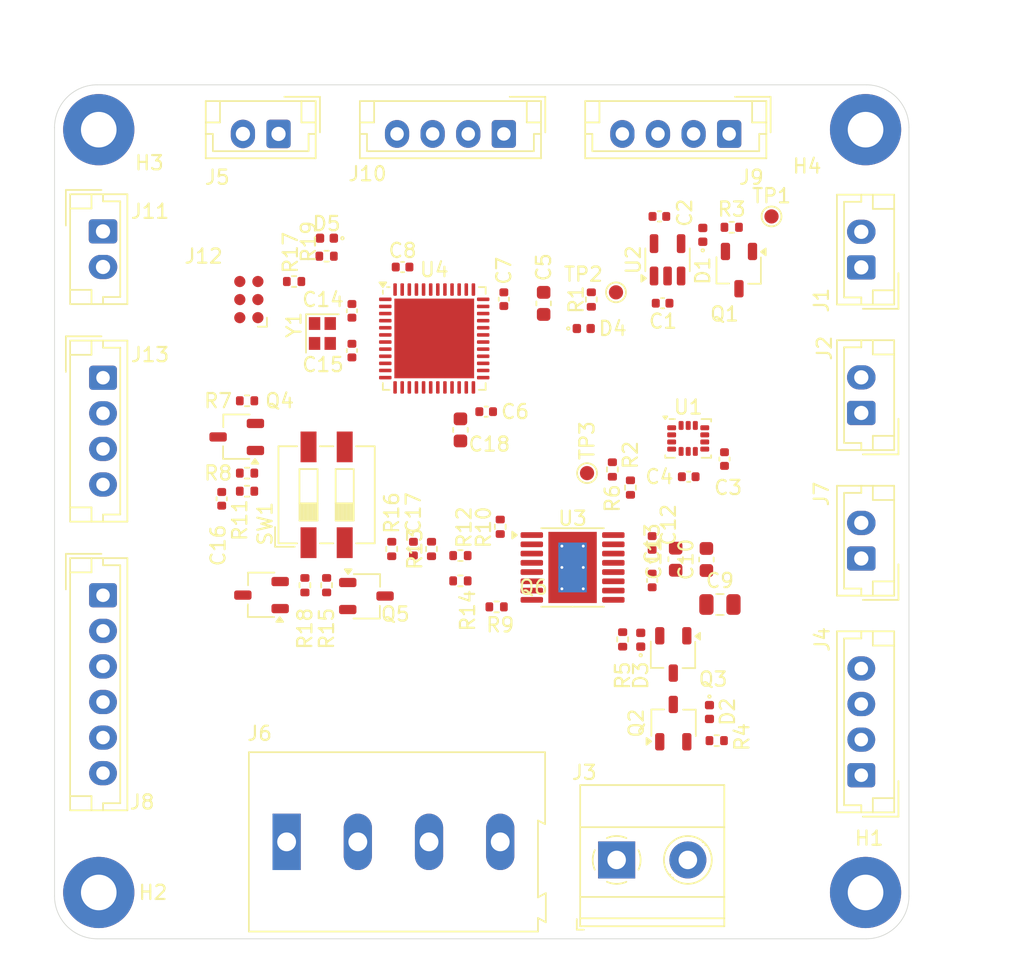
<source format=kicad_pcb>
(kicad_pcb (version 20240108) (generator "pcbnew") (generator_version "8.0")
  (layers (0 "F.Cu" signal) (31 "B.Cu" signal) (34 "B.Paste" user) (35 "F.Paste" user) (36 "B.SilkS" user "B.Silkscreen") (37 "F.SilkS" user "F.Silkscreen") (38 "B.Mask" user) (39 "F.Mask" user) (44 "Edge.Cuts" user))
  (net 0 "")
  (net 1 "/5VIN")
  (net 2 "GND")
  (net 3 "+3V3")
  (net 4 "Net-(U3-VINT)")
  (net 5 "VDC")
  (net 6 "/NRST")
  (net 7 "Net-(U3-VCP)")
  (net 8 "Net-(C16-Pad1)")
  (net 9 "/BOOT0")
  (net 10 "Net-(U4-VCAP1)")
  (net 11 "Net-(D1-A)")
  (net 12 "Net-(D2-K)")
  (net 13 "Net-(D2-A)")
  (net 14 "Net-(D4-A)")
  (net 15 "Net-(D5-A)")
  (net 16 "/CLK1")
  (net 17 "/LVIN")
  (net 18 "/BOUT_L")
  (net 19 "/AOUT_R")
  (net 20 "/BOUT_R")
  (net 21 "/AOUT_L")
  (net 22 "/USB_N")
  (net 23 "/USB_P")
  (net 24 "/STM.B3")
  (net 25 "/STM.B0")
  (net 26 "/STM.B1")
  (net 27 "/STM.B2")
  (net 28 "/ENC1A")
  (net 29 "/ENC1B")
  (net 30 "/SWCLK")
  (net 31 "/SWDIO")
  (net 32 "/MVIN")
  (net 33 "/ENC2B")
  (net 34 "/ENC2A")
  (net 35 "/I2C_SCL")
  (net 36 "/I2C_SDA")
  (net 37 "/SPI2_MISO")
  (net 38 "/SPI2_NSS")
  (net 39 "/SPI2_CLK")
  (net 40 "/SPI2_MOSI")
  (net 41 "/DEBUG_RX")
  (net 42 "/DEBUG_TX")
  (net 43 "/RST_STM")
  (net 44 "Net-(Q4-D)")
  (net 45 "Net-(Q5-D)")
  (net 46 "Net-(Q5-G)")
  (net 47 "/BOOT_EN")
  (net 48 "/VBATMON")
  (net 49 "/nFAULT_DRV")
  (net 50 "/DRV_EN")
  (net 51 "/DEBUG_LED")
  (net 53 "/IMU_INT2")
  (net 54 "/SPI1_MISO")
  (net 56 "/SPI1_CLK")
  (net 57 "/IMU_INT1")
  (net 59 "/SPI1_MOSI")
  (net 62 "/PWM2B")
  (net 63 "/PWM1A")
  (net 64 "/PWM1B")
  (net 65 "Net-(U3-AISEN)")
  (net 66 "/IMU_CS")
  (net 67 "/PWM2A")
  (net 68 "Net-(U3-BISEN)")
  (net 69 "/CLK0")
  (net 71 "Net-(J12-~{RESET})")
  (footprint "Package_TO_SOT_SMD:SOT-23-5" (layer "F.Cu") (at 190.820001 69.342 90)
    (property "Reference" "U2" (at 0 -2.4 -90) (layer "F.SilkS"))
    (property "Value" "AP2112K-3.3")
    (pad "1" smd roundrect (at -1.1375 -0.949999 90) (size 1.325 0.6) (layers "F.Cu" "F.Paste" "F.Mask") (net 1 "/5VIN"))
    (pad "2" smd roundrect (at -1.1375 0 90) (size 1.325 0.6) (layers "F.Cu" "F.Paste" "F.Mask") (net 2 "GND"))
    (pad "3" smd roundrect (at -1.1375 0.949999 90) (size 1.325 0.6) (layers "F.Cu" "F.Paste" "F.Mask") (net 1 "/5VIN"))
    (pad "4" smd roundrect (at 1.1375 0.949999 90) (size 1.325 0.6) (layers "F.Cu" "F.Paste" "F.Mask"))
    (pad "5" smd roundrect (at 1.1375 -0.949999 90) (size 1.325 0.6) (layers "F.Cu" "F.Paste" "F.Mask") (net 3 "+3V3"))
  )
  (footprint "Resistor_SMD:R_0402_1005Metric" (layer "F.Cu") (at 178.816 93.726)
    (property "Reference" "R9" (at 0.254 1.27 360) (layer "F.SilkS"))
    (property "Value" "10k")
    (pad "1" smd roundrect (at -0.509999 0) (size 0.54 0.64) (layers "F.Cu" "F.Paste" "F.Mask") (net 3 "+3V3"))
    (pad "2" smd roundrect (at 0.509999 0) (size 0.54 0.64) (layers "F.Cu" "F.Paste" "F.Mask") (net 49 "/nFAULT_DRV"))
  )
  (footprint "Resistor_SMD:R_0402_1005Metric" (layer "F.Cu") (at 186.944 84.074 90)
    (property "Reference" "R6" (at -2.032 0 270) (layer "F.SilkS"))
    (property "Value" "200k")
    (pad "1" smd roundrect (at -0.509999 0 90) (size 0.54 0.64) (layers "F.Cu" "F.Paste" "F.Mask") (net 48 "/VBATMON"))
    (pad "2" smd roundrect (at 0.509999 0 90) (size 0.54 0.64) (layers "F.Cu" "F.Paste" "F.Mask") (net 2 "GND"))
  )
  (footprint "Resistor_SMD:R_0402_1005Metric" (layer "F.Cu") (at 185.466 72.134001 -90)
    (property "Reference" "R1" (at 0.001999 1.062 90) (layer "F.SilkS"))
    (property "Value" "1k")
    (pad "1" smd roundrect (at -0.509999 0 270) (size 0.54 0.64) (layers "F.Cu" "F.Paste" "F.Mask") (net 14 "Net-(D4-A)"))
    (pad "2" smd roundrect (at 0.509999 0 270) (size 0.54 0.64) (layers "F.Cu" "F.Paste" "F.Mask") (net 3 "+3V3"))
  )
  (footprint "Capacitor_SMD:C_0805_2012Metric" (layer "F.Cu") (at 194.497999 93.560025)
    (property "Reference" "C9" (at 0 -1.679999 0) (layer "F.SilkS"))
    (property "Value" "100u")
    (pad "1" smd roundrect (at -0.949999 0) (size 1 1.45) (layers "F.Cu" "F.Paste" "F.Mask") (net 5 "VDC"))
    (pad "2" smd roundrect (at 0.949999 0) (size 1 1.45) (layers "F.Cu" "F.Paste" "F.Mask") (net 2 "GND"))
  )
  (footprint "Capacitor_SMD:C_0603_1608Metric" (layer "F.Cu") (at 191.389 90.376 90)
    (property "Reference" "C11" (at 0 -1.524 -90) (layer "F.SilkS"))
    (property "Value" "10u")
    (pad "1" smd roundrect (at -0.775 0 90) (size 0.9 0.95) (layers "F.Cu" "F.Paste" "F.Mask") (net 5 "VDC"))
    (pad "2" smd roundrect (at 0.775 0 90) (size 0.9 0.95) (layers "F.Cu" "F.Paste" "F.Mask") (net 2 "GND"))
  )
  (footprint "Package_SO:HTSSOP-16-1EP_4.4x5mm_P0.65mm_EP3.4x5mm_Mask2.46x2.31mm_ThermalVias" (layer "F.Cu") (at 184.15 90.956)
    (property "Reference" "U3" (at 0 -3.449999 0) (layer "F.SilkS"))
    (property "Value" "DRV8833PWP")
    (pad "1" smd roundrect (at -2.8625 -2.275) (size 1.575 0.4) (layers "F.Cu" "F.Paste" "F.Mask") (net 50 "/DRV_EN"))
    (pad "2" smd roundrect (at -2.8625 -1.625) (size 1.575 0.4) (layers "F.Cu" "F.Paste" "F.Mask") (net 21 "/AOUT_L"))
    (pad "3" smd roundrect (at -2.8625 -0.975) (size 1.575 0.4) (layers "F.Cu" "F.Paste" "F.Mask") (net 65 "Net-(U3-AISEN)"))
    (pad "4" smd roundrect (at -2.8625 -0.325) (size 1.575 0.4) (layers "F.Cu" "F.Paste" "F.Mask") (net 18 "/BOUT_L"))
    (pad "5" smd roundrect (at -2.8625 0.325) (size 1.575 0.4) (layers "F.Cu" "F.Paste" "F.Mask") (net 20 "/BOUT_R"))
    (pad "6" smd roundrect (at -2.8625 0.975) (size 1.575 0.4) (layers "F.Cu" "F.Paste" "F.Mask") (net 68 "Net-(U3-BISEN)"))
    (pad "7" smd roundrect (at -2.8625 1.625) (size 1.575 0.4) (layers "F.Cu" "F.Paste" "F.Mask") (net 19 "/AOUT_R"))
    (pad "8" smd roundrect (at -2.8625 2.275) (size 1.575 0.4) (layers "F.Cu" "F.Paste" "F.Mask") (net 49 "/nFAULT_DRV"))
    (pad "9" smd roundrect (at 2.8625 2.275) (size 1.575 0.4) (layers "F.Cu" "F.Paste" "F.Mask") (net 67 "/PWM2A"))
    (pad "10" smd roundrect (at 2.8625 1.625) (size 1.575 0.4) (layers "F.Cu" "F.Paste" "F.Mask") (net 62 "/PWM2B"))
    (pad "11" smd roundrect (at 2.8625 0.975) (size 1.575 0.4) (layers "F.Cu" "F.Paste" "F.Mask") (net 7 "Net-(U3-VCP)"))
    (pad "12" smd roundrect (at 2.8625 0.325) (size 1.575 0.4) (layers "F.Cu" "F.Paste" "F.Mask") (net 5 "VDC"))
    (pad "13" smd roundrect (at 2.8625 -0.325) (size 1.575 0.4) (layers "F.Cu" "F.Paste" "F.Mask") (net 2 "GND"))
    (pad "14" smd roundrect (at 2.8625 -0.975) (size 1.575 0.4) (layers "F.Cu" "F.Paste" "F.Mask") (net 4 "Net-(U3-VINT)"))
    (pad "15" smd roundrect (at 2.8625 -1.625) (size 1.575 0.4) (layers "F.Cu" "F.Paste" "F.Mask") (net 64 "/PWM1B"))
    (pad "16" smd roundrect (at 2.8625 -2.275) (size 1.575 0.4) (layers "F.Cu" "F.Paste" "F.Mask") (net 63 "/PWM1A"))
    (pad "17" thru_hole circle (at -0.75 -1.5) (size 0.5 0.5) (drill 0.2) (property pad_prop_heatsink) (layers "*.Cu") (net 2 "GND"))
    (pad "17" thru_hole circle (at -0.75 0) (size 0.5 0.5) (drill 0.2) (property pad_prop_heatsink) (layers "*.Cu") (net 2 "GND"))
    (pad "17" thru_hole circle (at -0.75 1.5) (size 0.5 0.5) (drill 0.2) (property pad_prop_heatsink) (layers "*.Cu") (net 2 "GND"))
    (pad "17" smd rect (at 0 0) (size 2 3.5) (property pad_prop_heatsink) (layers "B.Cu") (net 2 "GND"))
    (pad "17" smd rect (at 0 0) (size 3.4 5) (property pad_prop_heatsink) (layers "F.Cu") (net 2 "GND"))
    (pad "17" thru_hole circle (at 0.75 -1.5) (size 0.5 0.5) (drill 0.2) (property pad_prop_heatsink) (layers "*.Cu") (net 2 "GND"))
    (pad "17" thru_hole circle (at 0.75 0) (size 0.5 0.5) (drill 0.2) (property pad_prop_heatsink) (layers "*.Cu") (net 2 "GND"))
    (pad "17" thru_hole circle (at 0.75 1.5) (size 0.5 0.5) (drill 0.2) (property pad_prop_heatsink) (layers "*.Cu") (net 2 "GND"))
  )
  (footprint "Capacitor_SMD:C_0402_1005Metric" (layer "F.Cu") (at 190.472 72.39)
    (property "Reference" "C1" (at 0.028 1.27 0) (layer "F.SilkS"))
    (property "Value" "1u")
    (pad "1" smd roundrect (at -0.48 0) (size 0.56 0.62) (layers "F.Cu" "F.Paste" "F.Mask") (net 1 "/5VIN"))
    (pad "2" smd roundrect (at 0.48 0) (size 0.56 0.62) (layers "F.Cu" "F.Paste" "F.Mask") (net 2 "GND"))
  )
  (footprint "Package_LGA:LGA-14_3x2.5mm_P0.5mm_LayoutBorder3x4y" (layer "F.Cu") (at 192.269999 81.8915)
    (property "Reference" "U1" (at 0 -2.2 0) (layer "F.SilkS"))
    (property "Value" "ICM-42670-P")
    (pad "1" smd roundrect (at -1.162501 -0.75) (size 0.625 0.35) (layers "F.Cu" "F.Paste" "F.Mask") (net 59 "/SPI1_MOSI"))
    (pad "2" smd roundrect (at -1.1625 -0.25) (size 0.625 0.35) (layers "F.Cu" "F.Paste" "F.Mask"))
    (pad "3" smd roundrect (at -1.1625 0.25) (size 0.625 0.35) (layers "F.Cu" "F.Paste" "F.Mask"))
    (pad "4" smd roundrect (at -1.162501 0.75) (size 0.625 0.35) (layers "F.Cu" "F.Paste" "F.Mask") (net 57 "/IMU_INT1"))
    (pad "5" smd roundrect (at -0.499999 0.9125) (size 0.35 0.625) (layers "F.Cu" "F.Paste" "F.Mask") (net 3 "+3V3"))
    (pad "6" smd roundrect (at 0 0.9125) (size 0.35 0.625) (layers "F.Cu" "F.Paste" "F.Mask") (net 2 "GND"))
    (pad "7" smd roundrect (at 0.499999 0.9125) (size 0.35 0.625) (layers "F.Cu" "F.Paste" "F.Mask") (net 2 "GND"))
    (pad "8" smd roundrect (at 1.162501 0.75) (size 0.625 0.35) (layers "F.Cu" "F.Paste" "F.Mask") (net 3 "+3V3"))
    (pad "9" smd roundrect (at 1.1625 0.25) (size 0.625 0.35) (layers "F.Cu" "F.Paste" "F.Mask") (net 53 "/IMU_INT2"))
    (pad "10" smd roundrect (at 1.1625 -0.25) (size 0.625 0.35) (layers "F.Cu" "F.Paste" "F.Mask"))
    (pad "11" smd roundrect (at 1.162501 -0.75) (size 0.625 0.35) (layers "F.Cu" "F.Paste" "F.Mask"))
    (pad "12" smd roundrect (at 0.499999 -0.9125) (size 0.35 0.625) (layers "F.Cu" "F.Paste" "F.Mask") (net 66 "/IMU_CS"))
    (pad "13" smd roundrect (at 0 -0.9125) (size 0.35 0.625) (layers "F.Cu" "F.Paste" "F.Mask") (net 56 "/SPI1_CLK"))
    (pad "14" smd roundrect (at -0.499999 -0.9125) (size 0.35 0.625) (layers "F.Cu" "F.Paste" "F.Mask") (net 54 "/SPI1_MISO"))
  )
  (footprint "Crystal:Crystal_SMD_2016-4Pin_2.0x1.6mm" (layer "F.Cu") (at 166.582 74.517 -90)
    (property "Reference" "Y1" (at -0.603 1.99 -90) (layer "F.SilkS"))
    (property "Value" "Crystal_GND24_Small")
    (pad "1" smd rect (at -0.7 0.55 270) (size 0.9 0.8) (layers "F.Cu" "F.Paste" "F.Mask") (net 69 "/CLK0"))
    (pad "2" smd rect (at 0.7 0.55 270) (size 0.9 0.8) (layers "F.Cu" "F.Paste" "F.Mask") (net 2 "GND"))
    (pad "3" smd rect (at 0.7 -0.55 270) (size 0.9 0.8) (layers "F.Cu" "F.Paste" "F.Mask") (net 16 "/CLK1"))
    (pad "4" smd rect (at -0.7 -0.55 270) (size 0.9 0.8) (layers "F.Cu" "F.Paste" "F.Mask") (net 2 "GND"))
  )
  (footprint "Package_DFN_QFN:QFN-48-1EP_7x7mm_P0.5mm_EP5.6x5.6mm" (layer "F.Cu") (at 174.436 74.868)
    (property "Reference" "U4" (at 0 -4.83 0) (layer "F.SilkS"))
    (property "Value" "STM32F401CCUx")
    (pad "1" smd roundrect (at -3.4375 -2.75) (size 0.875 0.25) (layers "F.Cu" "F.Paste" "F.Mask") (net 3 "+3V3"))
    (pad "2" smd roundrect (at -3.4375 -2.25) (size 0.875 0.25) (layers "F.Cu" "F.Paste" "F.Mask") (net 51 "/DEBUG_LED"))
    (pad "3" smd roundrect (at -3.4375 -1.75) (size 0.875 0.25) (layers "F.Cu" "F.Paste" "F.Mask") (net 57 "/IMU_INT1"))
    (pad "4" smd roundrect (at -3.4375 -1.25) (size 0.875 0.25) (layers "F.Cu" "F.Paste" "F.Mask") (net 53 "/IMU_INT2"))
    (pad "5" smd roundrect (at -3.4375 -0.75) (size 0.875 0.25) (layers "F.Cu" "F.Paste" "F.Mask") (net 69 "/CLK0"))
    (pad "6" smd roundrect (at -3.4375 -0.25) (size 0.875 0.25) (layers "F.Cu" "F.Paste" "F.Mask") (net 16 "/CLK1"))
    (pad "7" smd roundrect (at -3.4375 0.25) (size 0.875 0.25) (layers "F.Cu" "F.Paste" "F.Mask") (net 6 "/NRST"))
    (pad "8" smd roundrect (at -3.4375 0.75) (size 0.875 0.25) (layers "F.Cu" "F.Paste" "F.Mask") (net 2 "GND"))
    (pad "9" smd roundrect (at -3.4375 1.25) (size 0.875 0.25) (layers "F.Cu" "F.Paste" "F.Mask") (net 3 "+3V3"))
    (pad "10" smd roundrect (at -3.4375 1.75) (size 0.875 0.25) (layers "F.Cu" "F.Paste" "F.Mask") (net 63 "/PWM1A"))
    (pad "11" smd roundrect (at -3.4375 2.25) (size 0.875 0.25) (layers "F.Cu" "F.Paste" "F.Mask") (net 64 "/PWM1B"))
    (pad "12" smd roundrect (at -3.4375 2.75) (size 0.875 0.25) (layers "F.Cu" "F.Paste" "F.Mask") (net 67 "/PWM2A"))
    (pad "13" smd roundrect (at -2.75 3.4375) (size 0.25 0.875) (layers "F.Cu" "F.Paste" "F.Mask") (net 62 "/PWM2B"))
    (pad "14" smd roundrect (at -2.25 3.4375) (size 0.25 0.875) (layers "F.Cu" "F.Paste" "F.Mask") (net 48 "/VBATMON"))
    (pad "15" smd roundrect (at -1.75 3.4375) (size 0.25 0.875) (layers "F.Cu" "F.Paste" "F.Mask") (net 56 "/SPI1_CLK"))
    (pad "16" smd roundrect (at -1.25 3.4375) (size 0.25 0.875) (layers "F.Cu" "F.Paste" "F.Mask") (net 54 "/SPI1_MISO"))
    (pad "17" smd roundrect (at -0.75 3.4375) (size 0.25 0.875) (layers "F.Cu" "F.Paste" "F.Mask") (net 59 "/SPI1_MOSI"))
    (pad "18" smd roundrect (at -0.25 3.4375) (size 0.25 0.875) (layers "F.Cu" "F.Paste" "F.Mask") (net 25 "/STM.B0"))
    (pad "19" smd roundrect (at 0.25 3.4375) (size 0.25 0.875) (layers "F.Cu" "F.Paste" "F.Mask") (net 26 "/STM.B1"))
    (pad "20" smd roundrect (at 0.75 3.4375) (size 0.25 0.875) (layers "F.Cu" "F.Paste" "F.Mask") (net 27 "/STM.B2"))
    (pad "21" smd roundrect (at 1.25 3.4375) (size 0.25 0.875) (layers "F.Cu" "F.Paste" "F.Mask") (net 49 "/nFAULT_DRV"))
    (pad "22" smd roundrect (at 1.75 3.4375) (size 0.25 0.875) (layers "F.Cu" "F.Paste" "F.Mask") (net 10 "Net-(U4-VCAP1)"))
    (pad "23" smd roundrect (at 2.25 3.4375) (size 0.25 0.875) (layers "F.Cu" "F.Paste" "F.Mask") (net 2 "GND"))
    (pad "24" smd roundrect (at 2.75 3.4375) (size 0.25 0.875) (layers "F.Cu" "F.Paste" "F.Mask") (net 3 "+3V3"))
    (pad "25" smd roundrect (at 3.4375 2.75) (size 0.875 0.25) (layers "F.Cu" "F.Paste" "F.Mask") (net 38 "/SPI2_NSS"))
    (pad "26" smd roundrect (at 3.4375 2.25) (size 0.875 0.25) (layers "F.Cu" "F.Paste" "F.Mask") (net 39 "/SPI2_CLK"))
    (pad "27" smd roundrect (at 3.4375 1.75) (size 0.875 0.25) (layers "F.Cu" "F.Paste" "F.Mask") (net 37 "/SPI2_MISO"))
    (pad "28" smd roundrect (at 3.4375 1.25) (size 0.875 0.25) (layers "F.Cu" "F.Paste" "F.Mask") (net 40 "/SPI2_MOSI"))
    (pad "29" smd roundrect (at 3.4375 0.75) (size 0.875 0.25) (layers "F.Cu" "F.Paste" "F.Mask") (net 50 "/DRV_EN"))
    (pad "30" smd roundrect (at 3.4375 0.25) (size 0.875 0.25) (layers "F.Cu" "F.Paste" "F.Mask") (net 42 "/DEBUG_TX"))
    (pad "31" smd roundrect (at 3.4375 -0.25) (size 0.875 0.25) (layers "F.Cu" "F.Paste" "F.Mask") (net 41 "/DEBUG_RX"))
    (pad "32" smd roundrect (at 3.4375 -0.75) (size 0.875 0.25) (layers "F.Cu" "F.Paste" "F.Mask") (net 23 "/USB_P"))
    (pad "33" smd roundrect (at 3.4375 -1.25) (size 0.875 0.25) (layers "F.Cu" "F.Paste" "F.Mask") (net 22 "/USB_N"))
    (pad "34" smd roundrect (at 3.4375 -1.75) (size 0.875 0.25) (layers "F.Cu" "F.Paste" "F.Mask") (net 31 "/SWDIO"))
    (pad "35" smd roundrect (at 3.4375 -2.25) (size 0.875 0.25) (layers "F.Cu" "F.Paste" "F.Mask") (net 2 "GND"))
    (pad "36" smd roundrect (at 3.4375 -2.75) (size 0.875 0.25) (layers "F.Cu" "F.Paste" "F.Mask") (net 3 "+3V3"))
    (pad "37" smd roundrect (at 2.75 -3.4375) (size 0.25 0.875) (layers "F.Cu" "F.Paste" "F.Mask") (net 30 "/SWCLK"))
    (pad "38" smd roundrect (at 2.25 -3.4375) (size 0.25 0.875) (layers "F.Cu" "F.Paste" "F.Mask") (net 66 "/IMU_CS"))
    (pad "39" smd roundrect (at 1.75 -3.4375) (size 0.25 0.875) (layers "F.Cu" "F.Paste" "F.Mask") (net 24 "/STM.B3"))
    (pad "40" smd roundrect (at 1.25 -3.4375) (size 0.25 0.875) (layers "F.Cu" "F.Paste" "F.Mask") (net 28 "/ENC1A"))
    (pad "41" smd roundrect (at 0.75 -3.4375) (size 0.25 0.875) (layers "F.Cu" "F.Paste" "F.Mask") (net 29 "/ENC1B"))
    (pad "42" smd roundrect (at 0.25 -3.4375) (size 0.25 0.875) (layers "F.Cu" "F.Paste" "F.Mask") (net 34 "/ENC2A"))
    (pad "43" smd roundrect (at -0.25 -3.4375) (size 0.25 0.875) (layers "F.Cu" "F.Paste" "F.Mask") (net 33 "/ENC2B"))
    (pad "44" smd roundrect (at -0.75 -3.4375) (size 0.25 0.875) (layers "F.Cu" "F.Paste" "F.Mask") (net 9 "/BOOT0"))
    (pad "45" smd roundrect (at -1.25 -3.4375) (size 0.25 0.875) (layers "F.Cu" "F.Paste" "F.Mask") (net 35 "/I2C_SCL"))
    (pad "46" smd roundrect (at -1.75 -3.4375) (size 0.25 0.875) (layers "F.Cu" "F.Paste" "F.Mask") (net 36 "/I2C_SDA"))
    (pad "47" smd roundrect (at -2.25 -3.4375) (size 0.25 0.875) (layers "F.Cu" "F.Paste" "F.Mask") (net 2 "GND"))
    (pad "48" smd roundrect (at -2.75 -3.4375) (size 0.25 0.875) (layers "F.Cu" "F.Paste" "F.Mask") (net 3 "+3V3"))
    (pad "49" smd rect (at 0 0) (size 5.6 5.6) (property pad_prop_heatsink) (layers "F.Cu" "F.Mask") (net 2 "GND"))
  )
  (footprint "MountingHole:MountingHole_2.5mm_Pad_TopBottom" (layer "F.Cu") (at 150.87723 113.792)
    (property "Reference" "H2" (at 3.80877 0 0) (layer "F.SilkS"))
    (property "Value" "MountingHole_Pad")
    (pad "1" thru_hole circle (at 0 0) (size 2.9 2.9) (drill 2.5) (layers "*.Cu" "*.Mask") (net 2 "GND"))
    (pad "1" connect circle (at 0 0) (size 5 5) (layers "F.Cu" "F.Mask") (net 2 "GND"))
    (pad "1" connect circle (at 0 0) (size 5 5) (layers "B.Cu" "B.Mask") (net 2 "GND"))
  )
  (footprint "Resistor_SMD:R_0402_1005Metric" (layer "F.Cu") (at 161.29 85.598 180)
    (property "Reference" "R11" (at 0.508 -2.032 90) (layer "F.SilkS"))
    (property "Value" "1k")
    (pad "1" smd roundrect (at -0.509999 0 180) (size 0.54 0.64) (layers "F.Cu" "F.Paste" "F.Mask") (net 44 "Net-(Q4-D)"))
    (pad "2" smd roundrect (at 0.509999 0 180) (size 0.54 0.64) (layers "F.Cu" "F.Paste" "F.Mask") (net 8 "Net-(C16-Pad1)"))
  )
  (footprint "Connector_JST:JST_EH_B2B-EH-A_1x02_P2.50mm_Vertical" (layer "F.Cu") (at 151.17723 67.344 -90)
    (property "Reference" "J11" (at -1.404 -3.302 180) (layer "F.SilkS"))
    (property "Value" "I2C1")
    (pad "1" thru_hole roundrect (at 0 0 270) (size 1.7 2) (drill 1) (layers "*.Cu" "*.Mask") (roundrect_rratio 0.147059) (net 35 "/I2C_SCL"))
    (pad "2" thru_hole oval (at 2.5 0 270) (size 1.7 2) (drill 1) (layers "*.Cu" "*.Mask") (net 36 "/I2C_SDA"))
  )
  (footprint "Capacitor_SMD:C_0402_1005Metric" (layer "F.Cu") (at 178.082 80.01 180)
    (property "Reference" "C6" (at -2.032 0 180) (layer "F.SilkS"))
    (property "Value" "100n")
    (pad "1" smd roundrect (at -0.48 0 180) (size 0.56 0.62) (layers "F.Cu" "F.Paste" "F.Mask") (net 3 "+3V3"))
    (pad "2" smd roundrect (at 0.48 0 180) (size 0.56 0.62) (layers "F.Cu" "F.Paste" "F.Mask") (net 2 "GND"))
  )
  (footprint "Package_TO_SOT_SMD:TSOT-23" (layer "F.Cu") (at 195.834 70.064 -90)
    (property "Reference" "Q1" (at 3.088 1.016 180) (layer "F.SilkS"))
    (property "Value" "PMOS")
    (pad "1" smd roundrect (at -1.309999 -0.95 270) (size 1.22 0.65) (layers "F.Cu" "F.Paste" "F.Mask") (net 17 "/LVIN"))
    (pad "2" smd roundrect (at -1.309999 0.95 270) (size 1.22 0.65) (layers "F.Cu" "F.Paste" "F.Mask") (net 11 "Net-(D1-A)"))
    (pad "3" smd roundrect (at 1.31 0 270) (size 1.22 0.65) (layers "F.Cu" "F.Paste" "F.Mask") (net 1 "/5VIN"))
  )
  (footprint "Resistor_SMD:R_0402_1005Metric" (layer "F.Cu") (at 171.45 89.660001 -90)
    (property "Reference" "R16" (at -2.538001 0 -90) (layer "F.SilkS"))
    (property "Value" "100k")
    (pad "1" smd roundrect (at -0.509999 0 270) (size 0.54 0.64) (layers "F.Cu" "F.Paste" "F.Mask") (net 2 "GND"))
    (pad "2" smd roundrect (at 0.509999 0 270) (size 0.54 0.64) (layers "F.Cu" "F.Paste" "F.Mask") (net 9 "/BOOT0"))
  )
  (footprint "Connector_JST:JST_EH_B4B-EH-A_1x04_P2.50mm_Vertical" (layer "F.Cu") (at 195.147 60.498 180)
    (property "Reference" "J9" (at -1.564 -3.048 180) (layer "F.SilkS"))
    (property "Value" "Conn_01x04")
    (pad "1" thru_hole roundrect (at 0 0 180) (size 1.7 1.95) (drill 0.95) (layers "*.Cu" "*.Mask") (roundrect_rratio 0.147059) (net 3 "+3V3"))
    (pad "2" thru_hole oval (at 2.5 0 180) (size 1.7 1.95) (drill 0.95) (layers "*.Cu" "*.Mask") (net 28 "/ENC1A"))
    (pad "3" thru_hole oval (at 5 0 180) (size 1.7 1.95) (drill 0.95) (layers "*.Cu" "*.Mask") (net 29 "/ENC1B"))
    (pad "4" thru_hole oval (at 7.5 0 180) (size 1.7 1.95) (drill 0.95) (layers "*.Cu" "*.Mask") (net 2 "GND"))
  )
  (footprint "Connector_JST:JST_EH_B6B-EH-A_1x06_P2.50mm_Vertical" (layer "F.Cu") (at 151.17723 92.91 -90)
    (property "Reference" "J8" (at 14.532 -2.74677 180) (layer "F.SilkS"))
    (property "Value" "GPIOS")
    (pad "1" thru_hole roundrect (at 0 0 270) (size 1.7 1.95) (drill 0.95) (layers "*.Cu" "*.Mask") (roundrect_rratio 0.147059) (net 24 "/STM.B3"))
    (pad "2" thru_hole oval (at 2.5 0 270) (size 1.7 1.95) (drill 0.95) (layers "*.Cu" "*.Mask") (net 27 "/STM.B2"))
    (pad "3" thru_hole oval (at 5 0 270) (size 1.7 1.95) (drill 0.95) (layers "*.Cu" "*.Mask") (net 26 "/STM.B1"))
    (pad "4" thru_hole oval (at 7.5 0 270) (size 1.7 1.95) (drill 0.95) (layers "*.Cu" "*.Mask") (net 25 "/STM.B0"))
    (pad "5" thru_hole oval (at 10 0 270) (size 1.7 1.95) (drill 0.95) (layers "*.Cu" "*.Mask") (net 43 "/RST_STM"))
    (pad "6" thru_hole oval (at 12.5 0 270) (size 1.7 1.95) (drill 0.95) (layers "*.Cu" "*.Mask") (net 47 "/BOOT_EN"))
  )
  (footprint "TestPoint:TestPoint_Pad_D1.0mm" (layer "F.Cu") (at 187.198 71.628)
    (property "Reference" "TP2" (at -2.286 -1.27 0) (layer "F.SilkS"))
    (property "Value" "TestPoint")
    (pad "1" smd circle (at 0 0) (size 1 1) (layers "F.Cu" "F.Mask") (net 3 "+3V3"))
  )
  (footprint "Connector_JST:JST_EH_B4B-EH-A_1x04_P2.50mm_Vertical" (layer "F.Cu") (at 204.424 105.5536 90)
    (property "Reference" "J4" (at 9.5416 -2.748 -90) (layer "F.SilkS"))
    (property "Value" "SPI1")
    (pad "1" thru_hole roundrect (at 0 0 90) (size 1.7 1.95) (drill 0.95) (layers "*.Cu" "*.Mask") (roundrect_rratio 0.147059))
    (pad "2" thru_hole oval (at 2.5 0 90) (size 1.7 1.95) (drill 0.95) (layers "*.Cu" "*.Mask") (net 56 "/SPI1_CLK"))
    (pad "3" thru_hole oval (at 5 0 90) (size 1.7 1.95) (drill 0.95) (layers "*.Cu" "*.Mask") (net 54 "/SPI1_MISO"))
    (pad "4" thru_hole oval (at 7.5 0 90) (size 1.7 1.95) (drill 0.95) (layers "*.Cu" "*.Mask") (net 59 "/SPI1_MOSI"))
  )
  (footprint "Resistor_SMD:R_0402_1005Metric" (layer "F.Cu") (at 195.324 67.056)
    (property "Reference" "R3" (at 0 -1.27 0) (layer "F.SilkS"))
    (property "Value" "10k")
    (pad "1" smd roundrect (at -0.51 0) (size 0.54 0.64) (layers "F.Cu" "F.Paste" "F.Mask") (net 11 "Net-(D1-A)"))
    (pad "2" smd roundrect (at 0.51 0) (size 0.54 0.64) (layers "F.Cu" "F.Paste" "F.Mask") (net 2 "GND"))
  )
  (footprint "Capacitor_SMD:C_0402_1005Metric" (layer "F.Cu") (at 192.306 84.582)
    (property "Reference" "C4" (at -2.06 0 0) (layer "F.SilkS"))
    (property "Value" "100n")
    (pad "1" smd roundrect (at -0.48 0) (size 0.56 0.62) (layers "F.Cu" "F.Paste" "F.Mask") (net 3 "+3V3"))
    (pad "2" smd roundrect (at 0.48 0) (size 0.56 0.62) (layers "F.Cu" "F.Paste" "F.Mask") (net 2 "GND"))
  )
  (footprint "Diode_SMD:D_0402_1005Metric" (layer "F.Cu") (at 193.294 67.587 90)
    (property "Reference" "D1" (at -2.517 0 -90) (layer "F.SilkS"))
    (property "Value" "16V")
    (pad "1" smd roundrect (at -0.485 0 90) (size 0.59 0.64) (layers "F.Cu" "F.Paste" "F.Mask") (net 1 "/5VIN"))
    (pad "2" smd roundrect (at 0.485 0 90) (size 0.59 0.64) (layers "F.Cu" "F.Paste" "F.Mask") (net 11 "Net-(D1-A)"))
  )
  (footprint "Capacitor_SMD:C_0603_1608Metric" (layer "F.Cu") (at 193.548 90.398025 90)
    (property "Reference" "C10" (at 0 -1.43 -90) (layer "F.SilkS"))
    (property "Value" "10u")
    (pad "1" smd roundrect (at -0.775 0 90) (size 0.9 0.95) (layers "F.Cu" "F.Paste" "F.Mask") (net 5 "VDC"))
    (pad "2" smd roundrect (at 0.775 0 90) (size 0.9 0.95) (layers "F.Cu" "F.Paste" "F.Mask") (net 2 "GND"))
  )
  (footprint "Package_TO_SOT_SMD:TSOT-23" (layer "F.Cu") (at 162.306 92.898 180)
    (property "Reference" "Q6" (at -19.096 0.545 180) (layer "F.SilkS"))
    (property "Value" "NMOS")
    (pad "1" smd roundrect (at -1.309999 -0.95 180) (size 1.22 0.65) (layers "F.Cu" "F.Paste" "F.Mask") (net 46 "Net-(Q5-G)"))
    (pad "2" smd roundrect (at -1.309999 0.95 180) (size 1.22 0.65) (layers "F.Cu" "F.Paste" "F.Mask") (net 47 "/BOOT_EN"))
    (pad "3" smd roundrect (at 1.31 0 180) (size 1.22 0.65) (layers "F.Cu" "F.Paste" "F.Mask") (net 2 "GND"))
  )
  (footprint "Capacitor_SMD:C_0402_1005Metric" (layer "F.Cu") (at 189.738 89.232999 90)
    (property "Reference" "C12" (at 1.270001 1.143 -90) (layer "F.SilkS"))
    (property "Value" "2u2")
    (pad "1" smd roundrect (at -0.48 0 90) (size 0.56 0.62) (layers "F.Cu" "F.Paste" "F.Mask") (net 4 "Net-(U3-VINT)"))
    (pad "2" smd roundrect (at 0.48 0 90) (size 0.56 0.62) (layers "F.Cu" "F.Paste" "F.Mask") (net 2 "GND"))
  )
  (footprint "Diode_SMD:D_0402_1005Metric" (layer "F.Cu") (at 193.762 101.115 -90)
    (property "Reference" "D2" (at -0.023 -1.27 90) (layer "F.SilkS"))
    (property "Value" "16V")
    (pad "1" smd roundrect (at -0.485 0 270) (size 0.59 0.64) (layers "F.Cu" "F.Paste" "F.Mask") (net 12 "Net-(D2-K)"))
    (pad "2" smd roundrect (at 0.485 0 270) (size 0.59 0.64) (layers "F.Cu" "F.Paste" "F.Mask") (net 13 "Net-(D2-A)"))
  )
  (footprint "Connector_JST:JST_EH_B4B-EH-A_1x04_P2.50mm_Vertical" (layer "F.Cu") (at 179.324 60.498 180)
    (property "Reference" "J10" (at 9.572 -2.8 180) (layer "F.SilkS"))
    (property "Value" "Conn_01x04")
    (pad "1" thru_hole roundrect (at 0 0 180) (size 1.7 1.95) (drill 0.95) (layers "*.Cu" "*.Mask") (roundrect_rratio 0.147059) (net 3 "+3V3"))
    (pad "2" thru_hole oval (at 2.5 0 180) (size 1.7 1.95) (drill 0.95) (layers "*.Cu" "*.Mask") (net 34 "/ENC2A"))
    (pad "3" thru_hole oval (at 5 0 180) (size 1.7 1.95) (drill 0.95) (layers "*.Cu" "*.Mask") (net 33 "/ENC2B"))
    (pad "4" thru_hole oval (at 7.5 0 180) (size 1.7 1.95) (drill 0.95) (layers "*.Cu" "*.Mask") (net 2 "GND"))
  )
  (footprint "Package_TO_SOT_SMD:TSOT-23" (layer "F.Cu") (at 160.568 81.788 180)
    (property "Reference" "Q4" (at -3.008 2.54 180) (layer "F.SilkS"))
    (property "Value" "NMOS")
    (pad "1" smd roundrect (at -1.309999 -0.95 180) (size 1.22 0.65) (layers "F.Cu" "F.Paste" "F.Mask") (net 44 "Net-(Q4-D)"))
    (pad "2" smd roundrect (at -1.309999 0.95 180) (size 1.22 0.65) (layers "F.Cu" "F.Paste" "F.Mask") (net 43 "/RST_STM"))
    (pad "3" smd roundrect (at 1.31 0 180) (size 1.22 0.65) (layers "F.Cu" "F.Paste" "F.Mask") (net 2 "GND"))
  )
  (footprint "Resistor_SMD:R_0402_1005Metric" (layer "F.Cu") (at 164.594 70.866)
    (property "Reference" "R17" (at -0.256 -2.032 90) (layer "F.SilkS"))
    (property "Value" "0R")
    (pad "1" smd roundrect (at -0.51 0) (size 0.54 0.64) (layers "F.Cu" "F.Paste" "F.Mask") (net 71 "Net-(J12-~{RESET})"))
    (pad "2" smd roundrect (at 0.51 0) (size 0.54 0.64) (layers "F.Cu" "F.Paste" "F.Mask") (net 6 "/NRST"))
  )
  (footprint "Resistor_SMD:R_0402_1005Metric" (layer "F.Cu") (at 176.274001 91.9 180)
    (property "Reference" "R14" (at -0.509999 -2.08 -90) (layer "F.SilkS"))
    (property "Value" "80m")
    (pad "1" smd roundrect (at -0.509999 0 180) (size 0.54 0.64) (layers "F.Cu" "F.Paste" "F.Mask") (net 68 "Net-(U3-BISEN)"))
    (pad "2" smd roundrect (at 0.509999 0 180) (size 0.54 0.64) (layers "F.Cu" "F.Paste" "F.Mask") (net 2 "GND"))
  )
  (footprint "Diode_SMD:D_0402_1005Metric" (layer "F.Cu") (at 184.935 74.168)
    (property "Reference" "D4" (at 2.032 0 0) (layer "F.SilkS"))
    (property "Value" "GREEN")
    (pad "1" smd roundrect (at -0.485 0) (size 0.59 0.64) (layers "F.Cu" "F.Paste" "F.Mask") (net 2 "GND"))
    (pad "2" smd roundrect (at 0.485 0) (size 0.59 0.64) (layers "F.Cu" "F.Paste" "F.Mask") (net 14 "Net-(D4-A)"))
  )
  (footprint "MountingHole:MountingHole_2.5mm_Pad_TopBottom" (layer "F.Cu") (at 204.724 113.792)
    (property "Reference" "H1" (at 0.254 -3.81 0) (layer "F.SilkS"))
    (property "Value" "MountingHole_Pad")
    (pad "1" thru_hole circle (at 0 0) (size 2.9 2.9) (drill 2.5) (layers "*.Cu" "*.Mask") (net 2 "GND"))
    (pad "1" connect circle (at 0 0) (size 5 5) (layers "F.Cu" "F.Mask") (net 2 "GND"))
    (pad "1" connect circle (at 0 0) (size 5 5) (layers "B.Cu" "B.Mask") (net 2 "GND"))
  )
  (footprint "Resistor_SMD:R_0402_1005Metric" (layer "F.Cu") (at 188.214 85.344 90)
    (property "Reference" "R2" (at 2.284001 0 270) (layer "F.SilkS"))
    (property "Value" "100k")
    (pad "1" smd roundrect (at -0.509999 0 90) (size 0.54 0.64) (layers "F.Cu" "F.Paste" "F.Mask") (net 5 "VDC"))
    (pad "2" smd roundrect (at 0.509999 0 90) (size 0.54 0.64) (layers "F.Cu" "F.Paste" "F.Mask") (net 48 "/VBATMON"))
  )
  (footprint "TestPoint:TestPoint_Pad_D1.0mm" (layer "F.Cu") (at 198.12 66.294)
    (property "Reference" "TP1" (at 0 -1.448 0) (layer "F.SilkS"))
    (property "Value" "TestPoint")
    (pad "1" smd circle (at 0 0) (size 1 1) (layers "F.Cu" "F.Mask") (net 17 "/LVIN"))
  )
  (footprint "Capacitor_SMD:C_0603_1608Metric" (layer "F.Cu") (at 182.118 72.403 -90)
    (property "Reference" "C5" (at -2.54 0 90) (layer "F.SilkS"))
    (property "Value" "4u7")
    (pad "1" smd roundrect (at -0.775 0 270) (size 0.9 0.95) (layers "F.Cu" "F.Paste" "F.Mask") (net 3 "+3V3"))
    (pad "2" smd roundrect (at 0.775 0 270) (size 0.9 0.95) (layers "F.Cu" "F.Paste" "F.Mask") (net 2 "GND"))
  )
  (footprint "Connector_JST:JST_EH_B2B-EH-A_1x02_P2.50mm_Vertical" (layer "F.Cu") (at 163.501 60.498 180)
    (property "Reference" "J5" (at 4.298 -3.048 180) (layer "F.SilkS"))
    (property "Value" "DEBUG SERIAL")
    (pad "1" thru_hole roundrect (at 0 0 180) (size 1.7 2) (drill 1) (layers "*.Cu" "*.Mask") (roundrect_rratio 0.147059) (net 42 "/DEBUG_TX"))
    (pad "2" thru_hole oval (at 2.5 0 180) (size 1.7 2) (drill 1) (layers "*.Cu" "*.Mask") (net 41 "/DEBUG_RX"))
  )
  (footprint "TestPoint:TestPoint_Pad_D1.0mm" (layer "F.Cu") (at 185.166 84.328)
    (property "Reference" "TP3" (at 0 -2.286 90) (layer "F.SilkS"))
    (property "Value" "TestPoint")
    (pad "1" smd circle (at 0 0) (size 1 1) (layers "F.Cu" "F.Mask") (net 48 "/VBATMON"))
  )
  (footprint "Resistor_SMD:R_0402_1005Metric" (layer "F.Cu") (at 187.666 96.012 -90)
    (property "Reference" "R5" (at 2.54 0 -90) (layer "F.SilkS"))
    (property "Value" "10k")
    (pad "1" smd roundrect (at -0.509999 0 270) (size 0.54 0.64) (layers "F.Cu" "F.Paste" "F.Mask") (net 3 "+3V3"))
    (pad "2" smd roundrect (at 0.509999 0 270) (size 0.54 0.64) (layers "F.Cu" "F.Paste" "F.Mask") (net 2 "GND"))
  )
  (footprint "Capacitor_SMD:C_0603_1608Metric" (layer "F.Cu") (at 176.276 81.293 -90)
    (property "Reference" "C18" (at 1.003 -2.032 180) (layer "F.SilkS"))
    (property "Value" "4u7")
    (pad "1" smd roundrect (at -0.775 0 270) (size 0.9 0.95) (layers "F.Cu" "F.Paste" "F.Mask") (net 10 "Net-(U4-VCAP1)"))
    (pad "2" smd roundrect (at 0.775 0 270) (size 0.9 0.95) (layers "F.Cu" "F.Paste" "F.Mask") (net 2 "GND"))
  )
  (footprint "Capacitor_SMD:C_0402_1005Metric" (layer "F.Cu") (at 194.818 83.34 -90)
    (property "Reference" "C3" (at 2.004 -0.254 0) (layer "F.SilkS"))
    (property "Value" "100n")
    (pad "1" smd roundrect (at -0.48 0 270) (size 0.56 0.62) (layers "F.Cu" "F.Paste" "F.Mask") (net 3 "+3V3"))
    (pad "2" smd roundrect (at 0.48 0 270) (size 0.56 0.62) (layers "F.Cu" "F.Paste" "F.Mask") (net 2 "GND"))
  )
  (footprint "Capacitor_SMD:C_0402_1005Metric" (layer "F.Cu") (at 159.512 86.134 -90)
    (property "Reference" "C16" (at 3.274 0.254 -90) (layer "F.SilkS"))
    (property "Value" "1uf")
    (pad "1" smd roundrect (at -0.48 0 270) (size 0.56 0.62) (layers "F.Cu" "F.Paste" "F.Mask") (net 8 "Net-(C16-Pad1)"))
    (pad "2" smd roundrect (at 0.48 0 270) (size 0.56 0.62) (layers "F.Cu" "F.Paste" "F.Mask") (net 2 "GND"))
  )
  (footprint "Connector_JST:JST_EH_B2B-EH-A_1x02_P2.50mm_Vertical" (layer "F.Cu") (at 204.424 69.8744 90)
    (property "Reference" "J1" (at -2.306 -2.8 -90) (layer "F.SilkS"))
    (property "Value" "LOGIC Power")
    (pad "1" thru_hole roundrect (at 0 0 90) (size 1.7 2) (drill 1) (layers "*.Cu" "*.Mask") (roundrect_rratio 0.147059) (net 17 "/LVIN"))
    (pad "2" thru_hole oval (at 2.5 0 90) (size 1.7 2) (drill 1) (layers "*.Cu" "*.Mask") (net 2 "GND"))
  )
  (footprint "Capacitor_SMD:C_0402_1005Metric" (layer "F.Cu") (at 172.212 69.85)
    (property "Reference" "C8" (at 0 -1.16 0) (layer "F.SilkS"))
    (property "Value" "100n")
    (pad "1" smd roundrect (at -0.48 0) (size 0.56 0.62) (layers "F.Cu" "F.Paste" "F.Mask") (net 3 "+3V3"))
    (pad "2" smd roundrect (at 0.48 0) (size 0.56 0.62) (layers "F.Cu" "F.Paste" "F.Mask") (net 2 "GND"))
  )
  (footprint "Capacitor_SMD:C_0402_1005Metric" (layer "F.Cu") (at 168.656 75.72 -90)
    (property "Reference" "C15" (at 0.988 2.032 180) (layer "F.SilkS"))
    (property "Value" "1u")
    (pad "1" smd roundrect (at -0.48 0 270) (size 0.56 0.62) (layers "F.Cu" "F.Paste" "F.Mask") (net 16 "/CLK1"))
    (pad "2" smd roundrect (at 0.48 0 270) (size 0.56 0.62) (layers "F.Cu" "F.Paste" "F.Mask") (net 2 "GND"))
  )
  (footprint "Connector_JST:JST_EH_B2B-EH-A_1x02_P2.50mm_Vertical" (layer "F.Cu") (at 204.424 90.3272 90)
    (property "Reference" "J7" (at 4.532 -2.8 -90) (layer "F.SilkS"))
    (property "Value" "LOGIC Power")
    (pad "1" thru_hole roundrect (at 0 0 90) (size 1.7 2) (drill 1) (layers "*.Cu" "*.Mask") (roundrect_rratio 0.147059) (net 23 "/USB_P"))
    (pad "2" thru_hole oval (at 2.5 0 90) (size 1.7 2) (drill 1) (layers "*.Cu" "*.Mask") (net 22 "/USB_N"))
  )
  (footprint "Package_TO_SOT_SMD:TSOT-23" (layer "F.Cu") (at 191.222 97.067999 -90)
    (property "Reference" "Q3" (at 1.738001 -2.794 180) (layer "F.SilkS"))
    (property "Value" "PMOS")
    (pad "1" smd roundrect (at -1.309999 -0.95 270) (size 1.22 0.65) (layers "F.Cu" "F.Paste" "F.Mask") (net 5 "VDC"))
    (pad "2" smd roundrect (at -1.309999 0.95 270) (size 1.22 0.65) (layers "F.Cu" "F.Paste" "F.Mask") (net 3 "+3V3"))
    (pad "3" smd roundrect (at 1.31 0 270) (size 1.22 0.65) (layers "F.Cu" "F.Paste" "F.Mask") (net 12 "Net-(D2-K)"))
  )
  (footprint "Resistor_SMD:R_0402_1005Metric" (layer "F.Cu") (at 179.07 88.099025 90)
    (property "Reference" "R10" (at -0.038975 -1.17 90) (layer "F.SilkS"))
    (property "Value" "10k")
    (pad "1" smd roundrect (at -0.509999 0 90) (size 0.54 0.64) (layers "F.Cu" "F.Paste" "F.Mask") (net 50 "/DRV_EN"))
    (pad "2" smd roundrect (at 0.509999 0 90) (size 0.54 0.64) (layers "F.Cu" "F.Paste" "F.Mask") (net 2 "GND"))
  )
  (footprint "Resistor_SMD:R_0402_1005Metric" (layer "F.Cu") (at 174.244 89.660001 90)
    (property "Reference" "R13" (at 0 -1.17 270) (layer "F.SilkS"))
    (property "Value" "10k")
    (pad "1" smd roundrect (at -0.509999 0 90) (size 0.54 0.64) (layers "F.Cu" "F.Paste" "F.Mask") (net 45 "Net-(Q5-D)"))
    (pad "2" smd roundrect (at 0.509999 0 90) (size 0.54 0.64) (layers "F.Cu" "F.Paste" "F.Mask") (net 3 "+3V3"))
  )
  (footprint "Capacitor_SMD:C_0402_1005Metric" (layer "F.Cu") (at 189.738 91.871999 -90)
    (property "Reference" "C13" (at -2.568 0 90) (layer "F.SilkS"))
    (property "Value" "10n")
    (pad "1" smd roundrect (at -0.48 0 270) (size 0.56 0.62) (layers "F.Cu" "F.Paste" "F.Mask") (net 5 "VDC"))
    (pad "2" smd roundrect (at 0.48 0 270) (size 0.56 0.62) (layers "F.Cu" "F.Paste" "F.Mask") (net 7 "Net-(U3-VCP)"))
  )
  (footprint "Connector_JST:JST_EH_B4B-EH-A_1x04_P2.50mm_Vertical" (layer "F.Cu") (at 151.17723 77.627 -90)
    (property "Reference" "J13" (at -1.618 -3.302 180) (layer "F.SilkS"))
    (property "Value" "SPI2")
    (pad "1" thru_hole roundrect (at 0 0 270) (size 1.7 1.95) (drill 0.95) (layers "*.Cu" "*.Mask") (roundrect_rratio 0.147059) (net 38 "/SPI2_NSS"))
    (pad "2" thru_hole oval (at 2.5 0 270) (size 1.7 1.95) (drill 0.95) (layers "*.Cu" "*.Mask") (net 39 "/SPI2_CLK"))
    (pad "3" thru_hole oval (at 5 0 270) (size 1.7 1.95) (drill 0.95) (layers "*.Cu" "*.Mask") (net 37 "/SPI2_MISO"))
    (pad "4" thru_hole oval (at 7.5 0 270) (size 1.7 1.95) (drill 0.95) (layers "*.Cu" "*.Mask") (net 40 "/SPI2_MOSI"))
  )
  (footprint "TerminalBlock:TerminalBlock_Altech_AK300-4_P5.00mm" (layer "F.Cu") (at 164.07 110.236)
    (property "Reference" "J6" (at -1.892 -7.62 0) (layer "F.SilkS"))
    (property "Value" "MOTOR")
    (pad "1" thru_hole rect (at 0 0) (size 1.98 3.96) (drill 1.32) (layers "*.Cu" "*.Mask") (net 21 "/AOUT_L"))
    (pad "2" thru_hole oval (at 5 0) (size 1.98 3.96) (drill 1.32) (layers "*.Cu" "*.Mask") (net 18 "/BOUT_L"))
    (pad "3" thru_hole oval (at 10 0) (size 1.98 3.96) (drill 1.32) (layers "*.Cu" "*.Mask") (net 19 "/AOUT_R"))
    (pad "4" thru_hole oval (at 15 0) (size 1.98 3.96) (drill 1.32) (layers "*.Cu" "*.Mask") (net 20 "/BOUT_R"))
  )
  (footprint "Package_TO_SOT_SMD:TSOT-23" (layer "F.Cu") (at 191.222 101.894 90)
    (property "Reference" "Q2" (at 0 -2.600001 -90) (layer "F.SilkS"))
    (property "Value" "PMOS")
    (pad "1" smd roundrect (at -1.309999 -0.95 90) (size 1.22 0.65) (layers "F.Cu" "F.Paste" "F.Mask") (net 32 "/MVIN"))
    (pad "2" smd roundrect (at -1.309999 0.95 90) (size 1.22 0.65) (layers "F.Cu" "F.Paste" "F.Mask") (net 13 "Net-(D2-A)"))
    (pad "3" smd roundrect (at 1.31 0 90) (size 1.22 0.65) (layers "F.Cu" "F.Paste" "F.Mask") (net 12 "Net-(D2-K)"))
  )
  (footprint "Button_Switch_SMD:SW_DIP_SPSTx02_Slide_6.7x6.64mm_W6.73mm_P2.54mm_LowProfile_JPin" (layer "F.Cu") (at 166.878 85.852 90)
    (property "Reference" "SW1" (at -2.032 -4.318 -90) (layer "F.SilkS"))
    (property "Value" "SW_DIP_x02")
    (pad "1" smd rect (at -3.365 -1.27 90) (size 2.16 1.12) (layers "F.Cu" "F.Paste" "F.Mask") (net 2 "GND"))
    (pad "2" smd rect (at -3.365 1.27 90) (size 2.16 1.12) (layers "F.Cu" "F.Paste" "F.Mask") (net 45 "Net-(Q5-D)"))
    (pad "3" smd rect (at 3.365 1.27 90) (size 2.16 1.12) (layers "F.Cu" "F.Paste" "F.Mask") (net 9 "/BOOT0"))
    (pad "4" smd rect (at 3.365 -1.27 90) (size 2.16 1.12) (layers "F.Cu" "F.Paste" "F.Mask") (net 44 "Net-(Q4-D)"))
  )
  (footprint "MountingHole:MountingHole_2.5mm_Pad_TopBottom" (layer "F.Cu") (at 150.87723 60.198)
    (property "Reference" "H3" (at 3.556 2.332 0) (layer "F.SilkS"))
    (property "Value" "MountingHole_Pad")
    (pad "1" thru_hole circle (at 0 0) (size 2.9 2.9) (drill 2.5) (layers "*.Cu" "*.Mask") (net 2 "GND"))
    (pad "1" connect circle (at 0 0) (size 5 5) (layers "F.Cu" "F.Mask") (net 2 "GND"))
    (pad "1" connect circle (at 0 0) (size 5 5) (layers "B.Cu" "B.Mask") (net 2 "GND"))
  )
  (footprint "Package_TO_SOT_SMD:TSOT-23" (layer "F.Cu") (at 169.672 92.964)
    (property "Reference" "Q5" (at 2.032 1.27 0) (layer "F.SilkS"))
    (property "Value" "PMOS")
    (pad "1" smd roundrect (at -1.31 -0.95) (size 1.22 0.65) (layers "F.Cu" "F.Paste" "F.Mask") (net 45 "Net-(Q5-D)"))
    (pad "2" smd roundrect (at -1.31 0.95) (size 1.22 0.65) (layers "F.Cu" "F.Paste" "F.Mask") (net 46 "Net-(Q5-G)"))
    (pad "3" smd roundrect (at 1.31 0) (size 1.22 0.65) (layers "F.Cu" "F.Paste" "F.Mask") (net 9 "/BOOT0"))
  )
  (footprint "Resistor_SMD:R_0402_1005Metric" (layer "F.Cu") (at 166.876001 69.088)
    (property "Reference" "R19" (at -1.27 -1.016 90) (layer "F.SilkS"))
    (property "Value" "10k")
    (pad "1" smd roundrect (at -0.509999 0) (size 0.54 0.64) (layers "F.Cu" "F.Paste" "F.Mask") (net 15 "Net-(D5-A)"))
    (pad "2" smd roundrect (at 0.509999 0) (size 0.54 0.64) (layers "F.Cu" "F.Paste" "F.Mask") (net 51 "/DEBUG_LED"))
  )
  (footprint "Capacitor_SMD:C_0402_1005Metric" (layer "F.Cu") (at 172.974 89.634 90)
    (property "Reference" "C17" (at 2.512 0 -90) (layer "F.SilkS"))
    (property "Value" "1u")
    (pad "1" smd roundrect (at -0.48 0 90) (size 0.56 0.62) (layers "F.Cu" "F.Paste" "F.Mask") (net 9 "/BOOT0"))
    (pad "2" smd roundrect (at 0.48 0 90) (size 0.56 0.62) (layers "F.Cu" "F.Paste" "F.Mask") (net 2 "GND"))
  )
  (footprint "TerminalBlock_Phoenix:TerminalBlock_Phoenix_MKDS-1,5-2_1x02_P5.00mm_Horizontal" (layer "F.Cu") (at 187.24523 111.506)
    (property "Reference" "J3" (at -2.271012 -6.147 0) (layer "F.SilkS"))
    (property "Value" "POWER")
    (pad "1" thru_hole rect (at 0 0) (size 2.6 2.6) (drill 1.3) (layers "*.Cu" "*.Mask") (net 32 "/MVIN"))
    (pad "2" thru_hole circle (at 5 0) (size 2.6 2.6) (drill 1.3) (layers "*.Cu" "*.Mask") (net 2 "GND"))
  )
  (footprint "Connector_JST:JST_EH_B2B-EH-A_1x02_P2.50mm_Vertical" (layer "F.Cu") (at 204.424 80.1008 90)
    (property "Reference" "J2" (at 4.552 -2.586 90) (layer "F.SilkS"))
    (property "Value" "LOGIC Power")
    (pad "1" thru_hole roundrect (at 0 0 90) (size 1.7 2) (drill 1) (layers "*.Cu" "*.Mask") (roundrect_rratio 0.147059) (net 3 "+3V3"))
    (pad "2" thru_hole oval (at 2.5 0 90) (size 1.7 2) (drill 1) (layers "*.Cu" "*.Mask") (net 2 "GND"))
  )
  (footprint "Resistor_SMD:R_0402_1005Metric" (layer "F.Cu") (at 166.878 92.202 90)
    (property "Reference" "R15" (at -3.048 0 90) (layer "F.SilkS"))
    (property "Value" "100k")
    (pad "1" smd roundrect (at -0.509999 0 90) (size 0.54 0.64) (layers "F.Cu" "F.Paste" "F.Mask") (net 46 "Net-(Q5-G)"))
    (pad "2" smd roundrect (at 0.509999 0 90) (size 0.54 0.64) (layers "F.Cu" "F.Paste" "F.Mask") (net 45 "Net-(Q5-D)"))
  )
  (footprint "Capacitor_SMD:C_0402_1005Metric" (layer "F.Cu") (at 179.324 72.108 -90)
    (property "Reference" "C7" (at -2.004 0 90) (layer "F.SilkS"))
    (property "Value" "100n")
    (pad "1" smd roundrect (at -0.48 0 270) (size 0.56 0.62) (layers "F.Cu" "F.Paste" "F.Mask") (net 3 "+3V3"))
    (pad "2" smd roundrect (at 0.48 0 270) (size 0.56 0.62) (layers "F.Cu" "F.Paste" "F.Mask") (net 2 "GND"))
  )
  (footprint "Resistor_SMD:R_0402_1005Metric" (layer "F.Cu") (at 161.292 79.248)
    (property "Reference" "R7" (at -2.034 0 0) (layer "F.SilkS"))
    (property "Value" "10k")
    (pad "1" smd roundrect (at -0.51 0) (size 0.54 0.64) (layers "F.Cu" "F.Paste" "F.Mask") (net 2 "GND"))
    (pad "2" smd roundrect (at 0.51 0) (size 0.54 0.64) (layers "F.Cu" "F.Paste" "F.Mask") (net 43 "/RST_STM"))
  )
  (footprint "Capacitor_SMD:C_0402_1005Metric" (layer "F.Cu") (at 190.246 66.294)
    (property "Reference" "C2" (at 1.778 -0.254 90) (layer "F.SilkS"))
    (property "Value" "1u")
    (pad "1" smd roundrect (at -0.48 0) (size 0.56 0.62) (layers "F.Cu" "F.Paste" "F.Mask") (net 3 "+3V3"))
    (pad "2" smd roundrect (at 0.48 0) (size 0.56 0.62) (layers "F.Cu" "F.Paste" "F.Mask") (net 2 "GND"))
  )
  (footprint "MountingHole:MountingHole_2.5mm_Pad_TopBottom" (layer "F.Cu") (at 204.724 60.198)
    (property "Reference" "H4" (at -4.11 2.56 0) (layer "F.SilkS"))
    (property "Value" "MountingHole_Pad")
    (pad "1" thru_hole circle (at 0 0) (size 2.9 2.9) (drill 2.5) (layers "*.Cu" "*.Mask") (net 2 "GND"))
    (pad "1" connect circle (at 0 0) (size 5 5) (layers "F.Cu" "F.Mask") (net 2 "GND"))
    (pad "1" connect circle (at 0 0) (size 5 5) (layers "B.Cu" "B.Mask") (net 2 "GND"))
  )
  (footprint "Diode_SMD:D_0402_1005Metric" (layer "F.Cu") (at 188.936 96.035 90)
    (property "Reference" "D3" (at -2.517 0 -90) (layer "F.SilkS"))
    (property "Value" "16V")
    (pad "1" smd roundrect (at -0.485 0 90) (size 0.59 0.64) (layers "F.Cu" "F.Paste" "F.Mask") (net 12 "Net-(D2-K)"))
    (pad "2" smd roundrect (at 0.485 0 90) (size 0.59 0.64) (layers "F.Cu" "F.Paste" "F.Mask") (net 3 "+3V3"))
  )
  (footprint "Connector:Tag-Connect_TC2030-IDC-NL_2x03_P1.27mm_Vertical" (layer "F.Cu") (at 161.417 72.136 90)
    (property "Reference" "J12" (at 3.047999 -3.175 0) (layer "F.SilkS"))
    (property "Value" "Conn_ARM_SWD_TagConnect_TC2030-NL")
    (pad "" np_thru_hole circle (at -2.54 0 90) (size 0.9906 0.9906) (drill 0.9906) (layers "*.Cu" "*.Mask"))
    (pad "" np_thru_hole circle (at 2.54 -1.016 90) (size 0.9906 0.9906) (drill 0.9906) (layers "*.Cu" "*.Mask"))
    (pad "" np_thru_hole circle (at 2.54 1.016 90) (size 0.9906 0.9906) (drill 0.9906) (layers "*.Cu" "*.Mask"))
    (pad "1" connect circle (at -1.27 0.635 90) (size 0.7874 0.7874) (layers "F.Cu" "F.Mask") (net 3 "+3V3"))
    (pad "2" connect circle (at -1.27 -0.635 90) (size 0.7874 0.7874) (layers "F.Cu" "F.Mask") (net 31 "/SWDIO"))
    (pad "3" connect circle (at 0 0.635 90) (size 0.7874 0.7874) (layers "F.Cu" "F.Mask") (net 71 "Net-(J12-~{RESET})"))
    (pad "4" connect circle (at 0 -0.635 90) (size 0.7874 0.7874) (layers "F.Cu" "F.Mask") (net 30 "/SWCLK"))
    (pad "5" connect circle (at 1.27 0.635 90) (size 0.7874 0.7874) (layers "F.Cu" "F.Mask") (net 2 "GND"))
    (pad "6" connect circle (at 1.27 -0.635 90) (size 0.7874 0.7874) (layers "F.Cu" "F.Mask"))
  )
  (footprint "Capacitor_SMD:C_0402_1005Metric" (layer "F.Cu") (at 168.656 72.926 90)
    (property "Reference" "C14" (at 0.79 -2.032 180) (layer "F.SilkS"))
    (property "Value" "1u")
    (pad "1" smd roundrect (at -0.48 0 90) (size 0.56 0.62) (layers "F.Cu" "F.Paste" "F.Mask") (net 69 "/CLK0"))
    (pad "2" smd roundrect (at 0.48 0 90) (size 0.56 0.62) (layers "F.Cu" "F.Paste" "F.Mask") (net 2 "GND"))
  )
  (footprint "Resistor_SMD:R_0402_1005Metric" (layer "F.Cu") (at 176.274001 90.121999 180)
    (property "Reference" "R12" (at -0.255999 1.983999 -90) (layer "F.SilkS"))
    (property "Value" "80m")
    (pad "1" smd roundrect (at -0.509999 0 180) (size 0.54 0.64) (layers "F.Cu" "F.Paste" "F.Mask") (net 65 "Net-(U3-AISEN)"))
    (pad "2" smd roundrect (at 0.509999 0 180) (size 0.54 0.64) (layers "F.Cu" "F.Paste" "F.Mask") (net 2 "GND"))
  )
  (footprint "Resistor_SMD:R_0402_1005Metric" (layer "F.Cu") (at 161.291999 84.328 180)
    (property "Reference" "R8" (at 2.033999 0 180) (layer "F.SilkS"))
    (property "Value" "10k")
    (pad "1" smd roundrect (at -0.509999 0 180) (size 0.54 0.64) (layers "F.Cu" "F.Paste" "F.Mask") (net 44 "Net-(Q4-D)"))
    (pad "2" smd roundrect (at 0.509999 0 180) (size 0.54 0.64) (layers "F.Cu" "F.Paste" "F.Mask") (net 3 "+3V3"))
  )
  (footprint "Resistor_SMD:R_0402_1005Metric" (layer "F.Cu") (at 165.354 92.203999 90)
    (property "Reference" "R18" (at -3.049999 0 -90) (layer "F.SilkS"))
    (property "Value" "100k")
    (pad "1" smd roundrect (at -0.509999 0 90) (size 0.54 0.64) (layers "F.Cu" "F.Paste" "F.Mask") (net 2 "GND"))
    (pad "2" smd roundrect (at 0.509999 0 90) (size 0.54 0.64) (layers "F.Cu" "F.Paste" "F.Mask") (net 47 "/BOOT_EN"))
  )
  (footprint "Resistor_SMD:R_0402_1005Metric" (layer "F.Cu") (at 194.271999 103.124)
    (property "Reference" "R4" (at 1.776001 -0.254 90) (layer "F.SilkS"))
    (property "Value" "10k")
    (pad "1" smd roundrect (at -0.509999 0) (size 0.54 0.64) (layers "F.Cu" "F.Paste" "F.Mask") (net 13 "Net-(D2-A)"))
    (pad "2" smd roundrect (at 0.509999 0) (size 0.54 0.64) (layers "F.Cu" "F.Paste" "F.Mask") (net 2 "GND"))
  )
  (footprint "Diode_SMD:D_0402_1005Metric" (layer "F.Cu") (at 166.899001 67.821998 180)
    (property "Reference" "D5" (at 0.023 1.019998 180) (layer "F.SilkS"))
    (property "Value" "GREEN")
    (pad "1" smd roundrect (at -0.485 0 180) (size 0.59 0.64) (layers "F.Cu" "F.Paste" "F.Mask") (net 2 "GND"))
    (pad "2" smd roundrect (at 0.485 0 180) (size 0.59 0.64) (layers "F.Cu" "F.Paste" "F.Mask") (net 15 "Net-(D5-A)"))
  )
  (gr_line (start 147.772 114.046) (end 147.772 60.046) (stroke (width 0.05)) (layer "Edge.Cuts"))
  (gr_arc (start 204.772 57.046) (mid 206.89332 57.92468) (end 207.772 60.046) (stroke (width 0.05)) (layer "Edge.Cuts"))
  (gr_arc (start 147.772 60.046) (mid 148.65068 57.92468) (end 150.772 57.046) (stroke (width 0.05)) (layer "Edge.Cuts"))
  (gr_arc (start 150.772 117.046) (mid 148.65068 116.16732) (end 147.772 114.046) (stroke (width 0.05)) (layer "Edge.Cuts"))
  (gr_arc (start 207.772 114.046) (mid 206.89332 116.16732) (end 204.772 117.046) (stroke (width 0.05)) (layer "Edge.Cuts"))
  (gr_line (start 204.772 117.046) (end 150.772 117.046) (stroke (width 0.05)) (layer "Edge.Cuts"))
  (gr_line (start 150.772 57.046) (end 204.772 57.046) (stroke (width 0.05)) (layer "Edge.Cuts"))
  (gr_line (start 207.772 60.046) (end 207.772 114.046) (stroke (width 0.05)) (layer "Edge.Cuts"))
)
</source>
